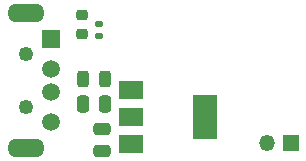
<source format=gbr>
%TF.GenerationSoftware,KiCad,Pcbnew,(6.0.7)*%
%TF.CreationDate,2022-08-28T18:35:31-07:00*%
%TF.ProjectId,RP2040_Injector,52503230-3430-45f4-996e-6a6563746f72,rev?*%
%TF.SameCoordinates,Original*%
%TF.FileFunction,Soldermask,Bot*%
%TF.FilePolarity,Negative*%
%FSLAX46Y46*%
G04 Gerber Fmt 4.6, Leading zero omitted, Abs format (unit mm)*
G04 Created by KiCad (PCBNEW (6.0.7)) date 2022-08-28 18:35:31*
%MOMM*%
%LPD*%
G01*
G04 APERTURE LIST*
G04 Aperture macros list*
%AMRoundRect*
0 Rectangle with rounded corners*
0 $1 Rounding radius*
0 $2 $3 $4 $5 $6 $7 $8 $9 X,Y pos of 4 corners*
0 Add a 4 corners polygon primitive as box body*
4,1,4,$2,$3,$4,$5,$6,$7,$8,$9,$2,$3,0*
0 Add four circle primitives for the rounded corners*
1,1,$1+$1,$2,$3*
1,1,$1+$1,$4,$5*
1,1,$1+$1,$6,$7*
1,1,$1+$1,$8,$9*
0 Add four rect primitives between the rounded corners*
20,1,$1+$1,$2,$3,$4,$5,0*
20,1,$1+$1,$4,$5,$6,$7,0*
20,1,$1+$1,$6,$7,$8,$9,0*
20,1,$1+$1,$8,$9,$2,$3,0*%
G04 Aperture macros list end*
%ADD10R,1.350000X1.350000*%
%ADD11O,1.350000X1.350000*%
%ADD12RoundRect,0.250000X-0.475000X0.250000X-0.475000X-0.250000X0.475000X-0.250000X0.475000X0.250000X0*%
%ADD13RoundRect,0.243750X-0.243750X-0.456250X0.243750X-0.456250X0.243750X0.456250X-0.243750X0.456250X0*%
%ADD14RoundRect,0.250000X0.250000X0.475000X-0.250000X0.475000X-0.250000X-0.475000X0.250000X-0.475000X0*%
%ADD15C,1.250000*%
%ADD16R,1.508000X1.508000*%
%ADD17C,1.508000*%
%ADD18O,3.150000X1.575000*%
%ADD19R,2.000000X1.500000*%
%ADD20R,2.000000X3.800000*%
%ADD21RoundRect,0.135000X0.185000X-0.135000X0.185000X0.135000X-0.185000X0.135000X-0.185000X-0.135000X0*%
%ADD22RoundRect,0.218750X0.256250X-0.218750X0.256250X0.218750X-0.256250X0.218750X-0.256250X-0.218750X0*%
G04 APERTURE END LIST*
D10*
%TO.C,J2*%
X118650000Y-99070000D03*
D11*
X116650000Y-99070000D03*
%TD*%
D12*
%TO.C,C13*%
X102720000Y-97820000D03*
X102720000Y-99720000D03*
%TD*%
D13*
%TO.C,F1*%
X101092500Y-93610000D03*
X102967500Y-93610000D03*
%TD*%
D14*
%TO.C,C12*%
X102950000Y-95700000D03*
X101050000Y-95700000D03*
%TD*%
D15*
%TO.C,J1*%
X96237500Y-96005750D03*
X96237500Y-91505750D03*
D16*
X98337500Y-90255750D03*
D17*
X98337500Y-92755750D03*
X98337500Y-94755750D03*
X98337500Y-97255750D03*
D18*
X96237500Y-88055750D03*
X96237500Y-99455750D03*
%TD*%
D19*
%TO.C,U1*%
X105140000Y-99160000D03*
D20*
X111440000Y-96860000D03*
D19*
X105140000Y-96860000D03*
X105140000Y-94560000D03*
%TD*%
D21*
%TO.C,R1*%
X102400000Y-90010000D03*
X102400000Y-88990000D03*
%TD*%
D22*
%TO.C,D1*%
X101000000Y-89787500D03*
X101000000Y-88212500D03*
%TD*%
M02*

</source>
